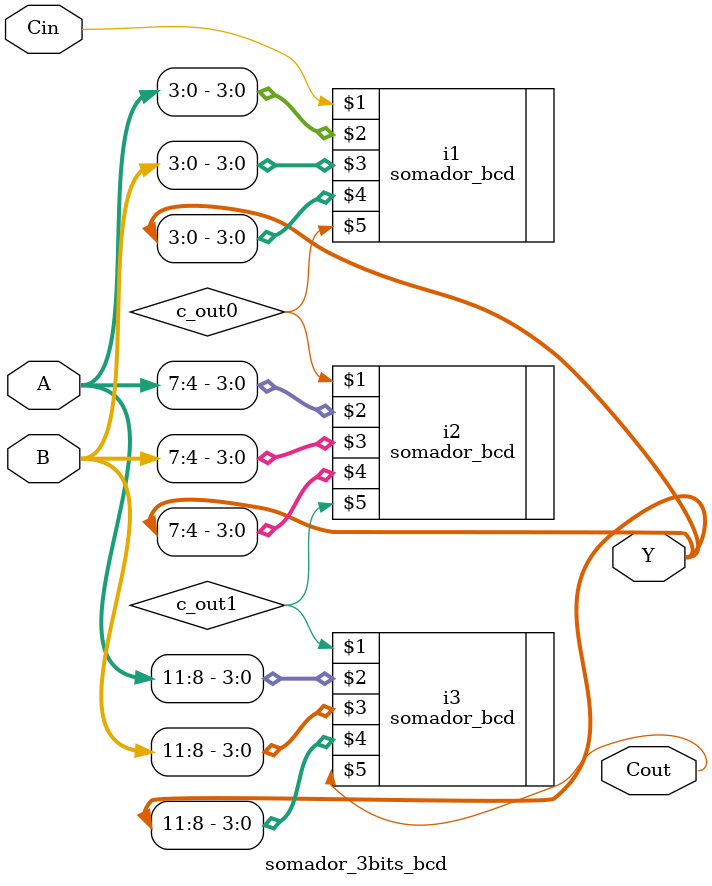
<source format=v>
module somador_3bits_bcd (
    input [11:0] A, B,
    input Cin,
    output [11:0] Y,
    output Cout
);
    wire c_out0, c_out1; 
    somador_bcd i1 (Cin, A[3:0], B[3:0], Y[3:0], c_out0);
    somador_bcd i2 (c_out0, A[7:4], B[7:4], Y[7:4], c_out1);
    somador_bcd i3 (c_out1, A[11:8], B[11:8], Y[11:8], Cout);
endmodule
</source>
